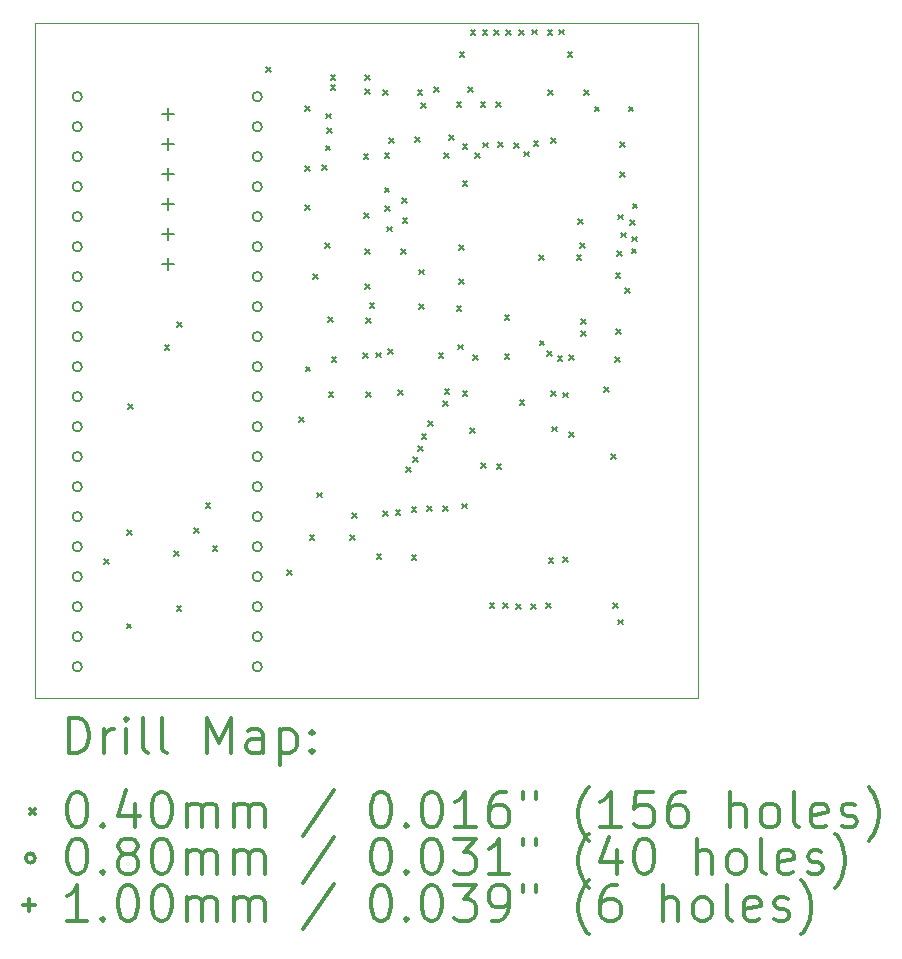
<source format=gbr>
%FSLAX45Y45*%
G04 Gerber Fmt 4.5, Leading zero omitted, Abs format (unit mm)*
G04 Created by KiCad (PCBNEW (5.1.5)-3) date 2020-10-03 21:18:49*
%MOMM*%
%LPD*%
G04 APERTURE LIST*
%TA.AperFunction,Profile*%
%ADD10C,0.050000*%
%TD*%
%ADD11C,0.200000*%
%ADD12C,0.300000*%
G04 APERTURE END LIST*
D10*
X0Y-5709920D02*
X0Y0D01*
X5613400Y-5709920D02*
X0Y-5709920D01*
X5613400Y0D02*
X5613400Y-5709920D01*
X0Y0D02*
X5613400Y0D01*
D11*
X581980Y-4534220D02*
X621980Y-4574220D01*
X621980Y-4534220D02*
X581980Y-4574220D01*
X772480Y-5082860D02*
X812480Y-5122860D01*
X812480Y-5082860D02*
X772480Y-5122860D01*
X775040Y-4290400D02*
X815040Y-4330400D01*
X815040Y-4290400D02*
X775040Y-4330400D01*
X787720Y-3226120D02*
X827720Y-3266120D01*
X827720Y-3226120D02*
X787720Y-3266120D01*
X1095060Y-2728280D02*
X1135060Y-2768280D01*
X1135060Y-2728280D02*
X1095060Y-2768280D01*
X1176340Y-4468180D02*
X1216340Y-4508180D01*
X1216340Y-4468180D02*
X1176340Y-4508180D01*
X1196800Y-4935540D02*
X1236800Y-4975540D01*
X1236800Y-4935540D02*
X1196800Y-4975540D01*
X1199200Y-2532700D02*
X1239200Y-2572700D01*
X1239200Y-2532700D02*
X1199200Y-2572700D01*
X1343980Y-4272600D02*
X1383980Y-4312600D01*
X1383980Y-4272600D02*
X1343980Y-4312600D01*
X1441620Y-4064320D02*
X1481620Y-4104320D01*
X1481620Y-4064320D02*
X1441620Y-4104320D01*
X1500039Y-4427540D02*
X1540039Y-4467540D01*
X1540039Y-4427540D02*
X1500039Y-4467540D01*
X1953580Y-373700D02*
X1993580Y-413700D01*
X1993580Y-373700D02*
X1953580Y-413700D01*
X2131380Y-4632020D02*
X2171380Y-4672020D01*
X2171380Y-4632020D02*
X2131380Y-4672020D01*
X2232980Y-3335340D02*
X2272980Y-3375340D01*
X2272980Y-3335340D02*
X2232980Y-3375340D01*
X2281272Y-1539592D02*
X2321272Y-1579592D01*
X2321272Y-1539592D02*
X2281272Y-1579592D01*
X2283780Y-700241D02*
X2323780Y-740241D01*
X2323780Y-700241D02*
X2283780Y-740241D01*
X2283780Y-1211900D02*
X2323780Y-1251900D01*
X2323780Y-1211900D02*
X2283780Y-1251900D01*
X2289248Y-2906468D02*
X2329248Y-2946468D01*
X2329248Y-2906468D02*
X2289248Y-2946468D01*
X2321880Y-4336100D02*
X2361880Y-4376100D01*
X2361880Y-4336100D02*
X2321880Y-4376100D01*
X2351122Y-2125062D02*
X2391122Y-2165062D01*
X2391122Y-2125062D02*
X2351122Y-2165062D01*
X2384811Y-3974765D02*
X2424811Y-4014765D01*
X2424811Y-3974765D02*
X2384811Y-4014765D01*
X2430563Y-1199501D02*
X2470563Y-1239501D01*
X2470563Y-1199501D02*
X2430563Y-1239501D01*
X2453928Y-1864648D02*
X2493928Y-1904648D01*
X2493928Y-1864648D02*
X2453928Y-1904648D01*
X2456500Y-1036640D02*
X2496500Y-1076640D01*
X2496500Y-1036640D02*
X2456500Y-1076640D01*
X2464120Y-764860D02*
X2504120Y-804860D01*
X2504120Y-764860D02*
X2464120Y-804860D01*
X2468532Y-885164D02*
X2508532Y-925164D01*
X2508532Y-885164D02*
X2468532Y-925164D01*
X2479650Y-2490000D02*
X2519650Y-2530000D01*
X2519650Y-2490000D02*
X2479650Y-2530000D01*
X2481900Y-3121980D02*
X2521900Y-3161980D01*
X2521900Y-3121980D02*
X2481900Y-3161980D01*
X2499680Y-437200D02*
X2539680Y-477200D01*
X2539680Y-437200D02*
X2499680Y-477200D01*
X2499680Y-526100D02*
X2539680Y-566100D01*
X2539680Y-526100D02*
X2499680Y-566100D01*
X2507300Y-2824800D02*
X2547300Y-2864800D01*
X2547300Y-2824800D02*
X2507300Y-2864800D01*
X2664780Y-4336100D02*
X2704780Y-4376100D01*
X2704780Y-4336100D02*
X2664780Y-4376100D01*
X2682560Y-4150680D02*
X2722560Y-4190680D01*
X2722560Y-4150680D02*
X2682560Y-4190680D01*
X2775608Y-2790436D02*
X2815608Y-2830436D01*
X2815608Y-2790436D02*
X2775608Y-2830436D01*
X2779080Y-1110300D02*
X2819080Y-1150300D01*
X2819080Y-1110300D02*
X2779080Y-1150300D01*
X2781620Y-1608140D02*
X2821620Y-1648140D01*
X2821620Y-1608140D02*
X2781620Y-1648140D01*
X2791779Y-1910000D02*
X2831779Y-1950000D01*
X2831779Y-1910000D02*
X2791779Y-1950000D01*
X2791780Y-437200D02*
X2831780Y-477200D01*
X2831780Y-437200D02*
X2791780Y-477200D01*
X2791780Y-560239D02*
X2831780Y-600239D01*
X2831780Y-560239D02*
X2791780Y-600239D01*
X2794320Y-2210120D02*
X2834320Y-2250120D01*
X2834320Y-2210120D02*
X2794320Y-2250120D01*
X2799400Y-2499680D02*
X2839400Y-2539680D01*
X2839400Y-2499680D02*
X2799400Y-2539680D01*
X2799400Y-3121980D02*
X2839400Y-3161980D01*
X2839400Y-3121980D02*
X2799400Y-3161980D01*
X2829880Y-2367600D02*
X2869880Y-2407600D01*
X2869880Y-2367600D02*
X2829880Y-2407600D01*
X2885760Y-2789240D02*
X2925760Y-2829240D01*
X2925760Y-2789240D02*
X2885760Y-2829240D01*
X2888300Y-4496120D02*
X2928300Y-4536120D01*
X2928300Y-4496120D02*
X2888300Y-4536120D01*
X2944180Y-564200D02*
X2984180Y-604200D01*
X2984180Y-564200D02*
X2944180Y-604200D01*
X2946720Y-4130360D02*
X2986720Y-4170360D01*
X2986720Y-4130360D02*
X2946720Y-4170360D01*
X2956880Y-1097600D02*
X2996880Y-1137600D01*
X2996880Y-1097600D02*
X2956880Y-1137600D01*
X2956880Y-1392240D02*
X2996880Y-1432240D01*
X2996880Y-1392240D02*
X2956880Y-1432240D01*
X2959420Y-1549720D02*
X2999420Y-1589720D01*
X2999420Y-1549720D02*
X2959420Y-1589720D01*
X2977200Y-1722440D02*
X3017200Y-1762440D01*
X3017200Y-1722440D02*
X2977200Y-1762440D01*
X2987360Y-2756220D02*
X3027360Y-2796220D01*
X3027360Y-2756220D02*
X2987360Y-2796220D01*
X2994980Y-970600D02*
X3034980Y-1010600D01*
X3034980Y-970600D02*
X2994980Y-1010600D01*
X3050860Y-4120200D02*
X3090860Y-4160200D01*
X3090860Y-4120200D02*
X3050860Y-4160200D01*
X3070116Y-3105676D02*
X3110116Y-3145676D01*
X3110116Y-3105676D02*
X3070116Y-3145676D01*
X3096580Y-1910400D02*
X3136580Y-1950400D01*
X3136580Y-1910400D02*
X3096580Y-1950400D01*
X3106740Y-1478600D02*
X3146740Y-1518600D01*
X3146740Y-1478600D02*
X3106740Y-1518600D01*
X3109280Y-1652440D02*
X3149280Y-1692440D01*
X3149280Y-1652440D02*
X3109280Y-1692440D01*
X3141583Y-3756341D02*
X3181583Y-3796341D01*
X3181583Y-3756341D02*
X3141583Y-3796341D01*
X3185480Y-4094800D02*
X3225480Y-4134800D01*
X3225480Y-4094800D02*
X3185480Y-4134800D01*
X3185480Y-4501200D02*
X3225480Y-4541200D01*
X3225480Y-4501200D02*
X3185480Y-4541200D01*
X3200720Y-3675700D02*
X3240720Y-3715700D01*
X3240720Y-3675700D02*
X3200720Y-3715700D01*
X3215960Y-965520D02*
X3255960Y-1005520D01*
X3255960Y-965520D02*
X3215960Y-1005520D01*
X3236280Y-564200D02*
X3276280Y-604200D01*
X3276280Y-564200D02*
X3236280Y-604200D01*
X3238820Y-3579180D02*
X3278820Y-3619180D01*
X3278820Y-3579180D02*
X3238820Y-3619180D01*
X3246440Y-2375220D02*
X3286440Y-2415220D01*
X3286440Y-2375220D02*
X3246440Y-2415220D01*
X3251520Y-2085660D02*
X3291520Y-2125660D01*
X3291520Y-2085660D02*
X3251520Y-2125660D01*
X3266760Y-675960D02*
X3306760Y-715960D01*
X3306760Y-675960D02*
X3266760Y-715960D01*
X3269300Y-3480120D02*
X3309300Y-3520120D01*
X3309300Y-3480120D02*
X3269300Y-3520120D01*
X3315020Y-4087180D02*
X3355020Y-4127180D01*
X3355020Y-4087180D02*
X3315020Y-4127180D01*
X3327720Y-3370900D02*
X3367720Y-3410900D01*
X3367720Y-3370900D02*
X3327720Y-3410900D01*
X3373440Y-543880D02*
X3413440Y-583880D01*
X3413440Y-543880D02*
X3373440Y-583880D01*
X3414365Y-2795578D02*
X3454365Y-2835578D01*
X3454365Y-2795578D02*
X3414365Y-2835578D01*
X3452164Y-3199299D02*
X3492164Y-3239299D01*
X3492164Y-3199299D02*
X3452164Y-3239299D01*
X3454720Y-4087180D02*
X3494720Y-4127180D01*
X3494720Y-4087180D02*
X3454720Y-4127180D01*
X3462340Y-1097600D02*
X3502340Y-1137600D01*
X3502340Y-1097600D02*
X3462340Y-1137600D01*
X3464879Y-3100110D02*
X3504879Y-3140110D01*
X3504879Y-3100110D02*
X3464879Y-3140110D01*
X3505520Y-947740D02*
X3545520Y-987740D01*
X3545520Y-947740D02*
X3505520Y-987740D01*
X3566480Y-665800D02*
X3606480Y-705800D01*
X3606480Y-665800D02*
X3566480Y-705800D01*
X3566480Y-2393000D02*
X3606480Y-2433000D01*
X3606480Y-2393000D02*
X3566480Y-2433000D01*
X3576640Y-2720660D02*
X3616640Y-2760660D01*
X3616640Y-2720660D02*
X3576640Y-2760660D01*
X3589340Y-1879920D02*
X3629340Y-1919920D01*
X3629340Y-1879920D02*
X3589340Y-1919920D01*
X3589340Y-2164400D02*
X3629340Y-2204400D01*
X3629340Y-2164400D02*
X3589340Y-2204400D01*
X3591880Y-246700D02*
X3631880Y-286700D01*
X3631880Y-246700D02*
X3591880Y-286700D01*
X3612300Y-4066860D02*
X3652300Y-4106860D01*
X3652300Y-4066860D02*
X3612300Y-4106860D01*
X3617280Y-1021400D02*
X3657280Y-1061400D01*
X3657280Y-1021400D02*
X3617280Y-1061400D01*
X3617280Y-1338900D02*
X3657280Y-1378900D01*
X3657280Y-1338900D02*
X3617280Y-1378900D01*
X3617280Y-3116900D02*
X3657280Y-3156900D01*
X3657280Y-3116900D02*
X3617280Y-3156900D01*
X3665540Y-543880D02*
X3705540Y-583880D01*
X3705540Y-543880D02*
X3665540Y-583880D01*
X3680256Y-3430456D02*
X3720256Y-3470456D01*
X3720256Y-3430456D02*
X3680256Y-3470456D01*
X3686277Y-56200D02*
X3726277Y-96200D01*
X3726277Y-56200D02*
X3686277Y-96200D01*
X3707014Y-2812965D02*
X3747014Y-2852965D01*
X3747014Y-2812965D02*
X3707014Y-2852965D01*
X3722540Y-1102680D02*
X3762540Y-1142680D01*
X3762540Y-1102680D02*
X3722540Y-1142680D01*
X3770148Y-666268D02*
X3810148Y-706268D01*
X3810148Y-666268D02*
X3770148Y-706268D01*
X3774760Y-3721420D02*
X3814760Y-3761420D01*
X3814760Y-3721420D02*
X3774760Y-3761420D01*
X3786279Y-56200D02*
X3826279Y-96200D01*
X3826279Y-56200D02*
X3786279Y-96200D01*
X3792540Y-1011240D02*
X3832540Y-1051240D01*
X3832540Y-1011240D02*
X3792540Y-1051240D01*
X3845880Y-4910140D02*
X3885880Y-4950140D01*
X3885880Y-4910140D02*
X3845880Y-4950140D01*
X3886280Y-56202D02*
X3926280Y-96202D01*
X3926280Y-56202D02*
X3886280Y-96202D01*
X3898479Y-665800D02*
X3938479Y-705800D01*
X3938479Y-665800D02*
X3898479Y-705800D01*
X3904300Y-3731580D02*
X3944300Y-3771580D01*
X3944300Y-3731580D02*
X3904300Y-3771580D01*
X3919540Y-1008700D02*
X3959540Y-1048700D01*
X3959540Y-1008700D02*
X3919540Y-1048700D01*
X3957640Y-4910140D02*
X3997640Y-4950140D01*
X3997640Y-4910140D02*
X3957640Y-4950140D01*
X3972880Y-2469200D02*
X4012880Y-2509200D01*
X4012880Y-2469200D02*
X3972880Y-2509200D01*
X3972880Y-2799400D02*
X4012880Y-2839400D01*
X4012880Y-2799400D02*
X3972880Y-2839400D01*
X3986281Y-56170D02*
X4026281Y-96170D01*
X4026281Y-56170D02*
X3986281Y-96170D01*
X4051025Y-1012989D02*
X4091025Y-1052989D01*
X4091025Y-1012989D02*
X4051025Y-1052989D01*
X4069400Y-4915220D02*
X4109400Y-4955220D01*
X4109400Y-4915220D02*
X4069400Y-4955220D01*
X4098972Y-58698D02*
X4138972Y-98698D01*
X4138972Y-58698D02*
X4098972Y-98698D01*
X4101301Y-3188020D02*
X4141301Y-3228020D01*
X4141301Y-3188020D02*
X4101301Y-3228020D01*
X4136860Y-1086020D02*
X4176860Y-1126020D01*
X4176860Y-1086020D02*
X4136860Y-1126020D01*
X4196400Y-4917760D02*
X4236400Y-4957760D01*
X4236400Y-4917760D02*
X4196400Y-4957760D01*
X4206560Y-53660D02*
X4246560Y-93660D01*
X4246560Y-53660D02*
X4206560Y-93660D01*
X4219260Y-1001080D02*
X4259260Y-1041080D01*
X4259260Y-1001080D02*
X4219260Y-1041080D01*
X4264980Y-1961200D02*
X4304980Y-2001200D01*
X4304980Y-1961200D02*
X4264980Y-2001200D01*
X4270060Y-2687640D02*
X4310060Y-2727640D01*
X4310060Y-2687640D02*
X4270060Y-2727640D01*
X4323400Y-4912680D02*
X4363400Y-4952680D01*
X4363400Y-4912680D02*
X4323400Y-4952680D01*
X4330097Y-2779126D02*
X4370097Y-2819126D01*
X4370097Y-2779126D02*
X4330097Y-2819126D01*
X4337341Y-61399D02*
X4377341Y-101399D01*
X4377341Y-61399D02*
X4337341Y-101399D01*
X4341180Y-564200D02*
X4381180Y-604200D01*
X4381180Y-564200D02*
X4341180Y-604200D01*
X4346099Y-4526751D02*
X4386099Y-4566751D01*
X4386099Y-4526751D02*
X4346099Y-4566751D01*
X4366580Y-970600D02*
X4406580Y-1010600D01*
X4406580Y-970600D02*
X4366580Y-1010600D01*
X4369500Y-3116494D02*
X4409500Y-3156494D01*
X4409500Y-3116494D02*
X4369500Y-3156494D01*
X4374878Y-3414822D02*
X4414878Y-3454822D01*
X4414878Y-3414822D02*
X4374878Y-3454822D01*
X4422210Y-2818055D02*
X4462210Y-2858055D01*
X4462210Y-2818055D02*
X4422210Y-2858055D01*
X4437157Y-55310D02*
X4477157Y-95310D01*
X4477157Y-55310D02*
X4437157Y-95310D01*
X4468582Y-4523041D02*
X4508582Y-4563041D01*
X4508582Y-4523041D02*
X4468582Y-4563041D01*
X4468968Y-3126810D02*
X4508968Y-3166810D01*
X4508968Y-3126810D02*
X4468968Y-3166810D01*
X4506280Y-246700D02*
X4546280Y-286700D01*
X4546280Y-246700D02*
X4506280Y-286700D01*
X4521520Y-3459800D02*
X4561520Y-3499800D01*
X4561520Y-3459800D02*
X4521520Y-3499800D01*
X4522048Y-2812347D02*
X4562048Y-2852347D01*
X4562048Y-2812347D02*
X4522048Y-2852347D01*
X4581674Y-1964964D02*
X4621674Y-2004964D01*
X4621674Y-1964964D02*
X4581674Y-2004964D01*
X4597720Y-1661480D02*
X4637720Y-1701480D01*
X4637720Y-1661480D02*
X4597720Y-1701480D01*
X4610420Y-1859600D02*
X4650420Y-1899600D01*
X4650420Y-1859600D02*
X4610420Y-1899600D01*
X4620580Y-2507300D02*
X4660580Y-2547300D01*
X4660580Y-2507300D02*
X4620580Y-2547300D01*
X4620580Y-2608900D02*
X4660580Y-2648900D01*
X4660580Y-2608900D02*
X4620580Y-2648900D01*
X4645980Y-564200D02*
X4685980Y-604200D01*
X4685980Y-564200D02*
X4645980Y-604200D01*
X4734880Y-706440D02*
X4774880Y-746440D01*
X4774880Y-706440D02*
X4734880Y-746440D01*
X4816160Y-3081340D02*
X4856160Y-3121340D01*
X4856160Y-3081340D02*
X4816160Y-3121340D01*
X4874580Y-3647760D02*
X4914580Y-3687760D01*
X4914580Y-3647760D02*
X4874580Y-3687760D01*
X4889820Y-4907600D02*
X4929820Y-4947600D01*
X4929820Y-4907600D02*
X4889820Y-4947600D01*
X4910140Y-2827340D02*
X4950140Y-2867340D01*
X4950140Y-2827340D02*
X4910140Y-2867340D01*
X4912143Y-2114719D02*
X4952143Y-2154719D01*
X4952143Y-2114719D02*
X4912143Y-2154719D01*
X4918879Y-2591120D02*
X4958879Y-2631120D01*
X4958879Y-2591120D02*
X4918879Y-2631120D01*
X4924771Y-1932087D02*
X4964771Y-1972087D01*
X4964771Y-1932087D02*
X4924771Y-1972087D01*
X4931896Y-1620002D02*
X4971896Y-1660002D01*
X4971896Y-1620002D02*
X4931896Y-1660002D01*
X4933000Y-5049840D02*
X4973000Y-5089840D01*
X4973000Y-5049840D02*
X4933000Y-5089840D01*
X4950780Y-1008700D02*
X4990780Y-1048700D01*
X4990780Y-1008700D02*
X4950780Y-1048700D01*
X4950780Y-1262700D02*
X4990780Y-1302700D01*
X4990780Y-1262700D02*
X4950780Y-1302700D01*
X4957913Y-1771957D02*
X4997913Y-1811957D01*
X4997913Y-1771957D02*
X4957913Y-1811957D01*
X4994536Y-2242535D02*
X5034536Y-2282535D01*
X5034536Y-2242535D02*
X4994536Y-2282535D01*
X5021900Y-706440D02*
X5061900Y-746440D01*
X5061900Y-706440D02*
X5021900Y-746440D01*
X5035720Y-1667936D02*
X5075720Y-1707936D01*
X5075720Y-1667936D02*
X5035720Y-1707936D01*
X5047300Y-1907862D02*
X5087300Y-1947862D01*
X5087300Y-1907862D02*
X5047300Y-1947862D01*
X5051218Y-1807938D02*
X5091218Y-1847938D01*
X5091218Y-1807938D02*
X5051218Y-1847938D01*
X5057459Y-1527935D02*
X5097459Y-1567935D01*
X5097459Y-1527935D02*
X5057459Y-1567935D01*
X394560Y-621160D02*
G75*
G03X394560Y-621160I-40000J0D01*
G01*
X394560Y-875160D02*
G75*
G03X394560Y-875160I-40000J0D01*
G01*
X394560Y-1129160D02*
G75*
G03X394560Y-1129160I-40000J0D01*
G01*
X394560Y-1383160D02*
G75*
G03X394560Y-1383160I-40000J0D01*
G01*
X394560Y-1637160D02*
G75*
G03X394560Y-1637160I-40000J0D01*
G01*
X394560Y-1891160D02*
G75*
G03X394560Y-1891160I-40000J0D01*
G01*
X394560Y-2145160D02*
G75*
G03X394560Y-2145160I-40000J0D01*
G01*
X394560Y-2399160D02*
G75*
G03X394560Y-2399160I-40000J0D01*
G01*
X394560Y-2653160D02*
G75*
G03X394560Y-2653160I-40000J0D01*
G01*
X394560Y-2907160D02*
G75*
G03X394560Y-2907160I-40000J0D01*
G01*
X394560Y-3161160D02*
G75*
G03X394560Y-3161160I-40000J0D01*
G01*
X394560Y-3415160D02*
G75*
G03X394560Y-3415160I-40000J0D01*
G01*
X394560Y-3669160D02*
G75*
G03X394560Y-3669160I-40000J0D01*
G01*
X394560Y-3923160D02*
G75*
G03X394560Y-3923160I-40000J0D01*
G01*
X394560Y-4177160D02*
G75*
G03X394560Y-4177160I-40000J0D01*
G01*
X394560Y-4431160D02*
G75*
G03X394560Y-4431160I-40000J0D01*
G01*
X394560Y-4685160D02*
G75*
G03X394560Y-4685160I-40000J0D01*
G01*
X394560Y-4939160D02*
G75*
G03X394560Y-4939160I-40000J0D01*
G01*
X394560Y-5193160D02*
G75*
G03X394560Y-5193160I-40000J0D01*
G01*
X394560Y-5447160D02*
G75*
G03X394560Y-5447160I-40000J0D01*
G01*
X1918560Y-621160D02*
G75*
G03X1918560Y-621160I-40000J0D01*
G01*
X1918560Y-875160D02*
G75*
G03X1918560Y-875160I-40000J0D01*
G01*
X1918560Y-1129160D02*
G75*
G03X1918560Y-1129160I-40000J0D01*
G01*
X1918560Y-1383160D02*
G75*
G03X1918560Y-1383160I-40000J0D01*
G01*
X1918560Y-1637160D02*
G75*
G03X1918560Y-1637160I-40000J0D01*
G01*
X1918560Y-1891160D02*
G75*
G03X1918560Y-1891160I-40000J0D01*
G01*
X1918560Y-2145160D02*
G75*
G03X1918560Y-2145160I-40000J0D01*
G01*
X1918560Y-2399160D02*
G75*
G03X1918560Y-2399160I-40000J0D01*
G01*
X1918560Y-2653160D02*
G75*
G03X1918560Y-2653160I-40000J0D01*
G01*
X1918560Y-2907160D02*
G75*
G03X1918560Y-2907160I-40000J0D01*
G01*
X1918560Y-3161160D02*
G75*
G03X1918560Y-3161160I-40000J0D01*
G01*
X1918560Y-3415160D02*
G75*
G03X1918560Y-3415160I-40000J0D01*
G01*
X1918560Y-3669160D02*
G75*
G03X1918560Y-3669160I-40000J0D01*
G01*
X1918560Y-3923160D02*
G75*
G03X1918560Y-3923160I-40000J0D01*
G01*
X1918560Y-4177160D02*
G75*
G03X1918560Y-4177160I-40000J0D01*
G01*
X1918560Y-4431160D02*
G75*
G03X1918560Y-4431160I-40000J0D01*
G01*
X1918560Y-4685160D02*
G75*
G03X1918560Y-4685160I-40000J0D01*
G01*
X1918560Y-4939160D02*
G75*
G03X1918560Y-4939160I-40000J0D01*
G01*
X1918560Y-5193160D02*
G75*
G03X1918560Y-5193160I-40000J0D01*
G01*
X1918560Y-5447160D02*
G75*
G03X1918560Y-5447160I-40000J0D01*
G01*
X1120140Y-719620D02*
X1120140Y-819620D01*
X1070140Y-769620D02*
X1170140Y-769620D01*
X1120140Y-973620D02*
X1120140Y-1073620D01*
X1070140Y-1023620D02*
X1170140Y-1023620D01*
X1120140Y-1227620D02*
X1120140Y-1327620D01*
X1070140Y-1277620D02*
X1170140Y-1277620D01*
X1120140Y-1481620D02*
X1120140Y-1581620D01*
X1070140Y-1531620D02*
X1170140Y-1531620D01*
X1120140Y-1735620D02*
X1120140Y-1835620D01*
X1070140Y-1785620D02*
X1170140Y-1785620D01*
X1120140Y-1989620D02*
X1120140Y-2089620D01*
X1070140Y-2039620D02*
X1170140Y-2039620D01*
D12*
X283928Y-6178134D02*
X283928Y-5878134D01*
X355357Y-5878134D01*
X398214Y-5892420D01*
X426786Y-5920991D01*
X441071Y-5949563D01*
X455357Y-6006706D01*
X455357Y-6049563D01*
X441071Y-6106706D01*
X426786Y-6135277D01*
X398214Y-6163849D01*
X355357Y-6178134D01*
X283928Y-6178134D01*
X583928Y-6178134D02*
X583928Y-5978134D01*
X583928Y-6035277D02*
X598214Y-6006706D01*
X612500Y-5992420D01*
X641071Y-5978134D01*
X669643Y-5978134D01*
X769643Y-6178134D02*
X769643Y-5978134D01*
X769643Y-5878134D02*
X755357Y-5892420D01*
X769643Y-5906706D01*
X783928Y-5892420D01*
X769643Y-5878134D01*
X769643Y-5906706D01*
X955357Y-6178134D02*
X926786Y-6163849D01*
X912500Y-6135277D01*
X912500Y-5878134D01*
X1112500Y-6178134D02*
X1083928Y-6163849D01*
X1069643Y-6135277D01*
X1069643Y-5878134D01*
X1455357Y-6178134D02*
X1455357Y-5878134D01*
X1555357Y-6092420D01*
X1655357Y-5878134D01*
X1655357Y-6178134D01*
X1926786Y-6178134D02*
X1926786Y-6020991D01*
X1912500Y-5992420D01*
X1883928Y-5978134D01*
X1826786Y-5978134D01*
X1798214Y-5992420D01*
X1926786Y-6163849D02*
X1898214Y-6178134D01*
X1826786Y-6178134D01*
X1798214Y-6163849D01*
X1783928Y-6135277D01*
X1783928Y-6106706D01*
X1798214Y-6078134D01*
X1826786Y-6063849D01*
X1898214Y-6063849D01*
X1926786Y-6049563D01*
X2069643Y-5978134D02*
X2069643Y-6278134D01*
X2069643Y-5992420D02*
X2098214Y-5978134D01*
X2155357Y-5978134D01*
X2183928Y-5992420D01*
X2198214Y-6006706D01*
X2212500Y-6035277D01*
X2212500Y-6120991D01*
X2198214Y-6149563D01*
X2183928Y-6163849D01*
X2155357Y-6178134D01*
X2098214Y-6178134D01*
X2069643Y-6163849D01*
X2341071Y-6149563D02*
X2355357Y-6163849D01*
X2341071Y-6178134D01*
X2326786Y-6163849D01*
X2341071Y-6149563D01*
X2341071Y-6178134D01*
X2341071Y-5992420D02*
X2355357Y-6006706D01*
X2341071Y-6020991D01*
X2326786Y-6006706D01*
X2341071Y-5992420D01*
X2341071Y-6020991D01*
X-42500Y-6652420D02*
X-2500Y-6692420D01*
X-2500Y-6652420D02*
X-42500Y-6692420D01*
X341071Y-6508134D02*
X369643Y-6508134D01*
X398214Y-6522420D01*
X412500Y-6536706D01*
X426786Y-6565277D01*
X441071Y-6622420D01*
X441071Y-6693849D01*
X426786Y-6750991D01*
X412500Y-6779563D01*
X398214Y-6793849D01*
X369643Y-6808134D01*
X341071Y-6808134D01*
X312500Y-6793849D01*
X298214Y-6779563D01*
X283928Y-6750991D01*
X269643Y-6693849D01*
X269643Y-6622420D01*
X283928Y-6565277D01*
X298214Y-6536706D01*
X312500Y-6522420D01*
X341071Y-6508134D01*
X569643Y-6779563D02*
X583928Y-6793849D01*
X569643Y-6808134D01*
X555357Y-6793849D01*
X569643Y-6779563D01*
X569643Y-6808134D01*
X841071Y-6608134D02*
X841071Y-6808134D01*
X769643Y-6493849D02*
X698214Y-6708134D01*
X883928Y-6708134D01*
X1055357Y-6508134D02*
X1083928Y-6508134D01*
X1112500Y-6522420D01*
X1126786Y-6536706D01*
X1141071Y-6565277D01*
X1155357Y-6622420D01*
X1155357Y-6693849D01*
X1141071Y-6750991D01*
X1126786Y-6779563D01*
X1112500Y-6793849D01*
X1083928Y-6808134D01*
X1055357Y-6808134D01*
X1026786Y-6793849D01*
X1012500Y-6779563D01*
X998214Y-6750991D01*
X983928Y-6693849D01*
X983928Y-6622420D01*
X998214Y-6565277D01*
X1012500Y-6536706D01*
X1026786Y-6522420D01*
X1055357Y-6508134D01*
X1283928Y-6808134D02*
X1283928Y-6608134D01*
X1283928Y-6636706D02*
X1298214Y-6622420D01*
X1326786Y-6608134D01*
X1369643Y-6608134D01*
X1398214Y-6622420D01*
X1412500Y-6650991D01*
X1412500Y-6808134D01*
X1412500Y-6650991D02*
X1426786Y-6622420D01*
X1455357Y-6608134D01*
X1498214Y-6608134D01*
X1526786Y-6622420D01*
X1541071Y-6650991D01*
X1541071Y-6808134D01*
X1683928Y-6808134D02*
X1683928Y-6608134D01*
X1683928Y-6636706D02*
X1698214Y-6622420D01*
X1726786Y-6608134D01*
X1769643Y-6608134D01*
X1798214Y-6622420D01*
X1812500Y-6650991D01*
X1812500Y-6808134D01*
X1812500Y-6650991D02*
X1826786Y-6622420D01*
X1855357Y-6608134D01*
X1898214Y-6608134D01*
X1926786Y-6622420D01*
X1941071Y-6650991D01*
X1941071Y-6808134D01*
X2526786Y-6493849D02*
X2269643Y-6879563D01*
X2912500Y-6508134D02*
X2941071Y-6508134D01*
X2969643Y-6522420D01*
X2983928Y-6536706D01*
X2998214Y-6565277D01*
X3012500Y-6622420D01*
X3012500Y-6693849D01*
X2998214Y-6750991D01*
X2983928Y-6779563D01*
X2969643Y-6793849D01*
X2941071Y-6808134D01*
X2912500Y-6808134D01*
X2883928Y-6793849D01*
X2869643Y-6779563D01*
X2855357Y-6750991D01*
X2841071Y-6693849D01*
X2841071Y-6622420D01*
X2855357Y-6565277D01*
X2869643Y-6536706D01*
X2883928Y-6522420D01*
X2912500Y-6508134D01*
X3141071Y-6779563D02*
X3155357Y-6793849D01*
X3141071Y-6808134D01*
X3126786Y-6793849D01*
X3141071Y-6779563D01*
X3141071Y-6808134D01*
X3341071Y-6508134D02*
X3369643Y-6508134D01*
X3398214Y-6522420D01*
X3412500Y-6536706D01*
X3426786Y-6565277D01*
X3441071Y-6622420D01*
X3441071Y-6693849D01*
X3426786Y-6750991D01*
X3412500Y-6779563D01*
X3398214Y-6793849D01*
X3369643Y-6808134D01*
X3341071Y-6808134D01*
X3312500Y-6793849D01*
X3298214Y-6779563D01*
X3283928Y-6750991D01*
X3269643Y-6693849D01*
X3269643Y-6622420D01*
X3283928Y-6565277D01*
X3298214Y-6536706D01*
X3312500Y-6522420D01*
X3341071Y-6508134D01*
X3726786Y-6808134D02*
X3555357Y-6808134D01*
X3641071Y-6808134D02*
X3641071Y-6508134D01*
X3612500Y-6550991D01*
X3583928Y-6579563D01*
X3555357Y-6593849D01*
X3983928Y-6508134D02*
X3926786Y-6508134D01*
X3898214Y-6522420D01*
X3883928Y-6536706D01*
X3855357Y-6579563D01*
X3841071Y-6636706D01*
X3841071Y-6750991D01*
X3855357Y-6779563D01*
X3869643Y-6793849D01*
X3898214Y-6808134D01*
X3955357Y-6808134D01*
X3983928Y-6793849D01*
X3998214Y-6779563D01*
X4012500Y-6750991D01*
X4012500Y-6679563D01*
X3998214Y-6650991D01*
X3983928Y-6636706D01*
X3955357Y-6622420D01*
X3898214Y-6622420D01*
X3869643Y-6636706D01*
X3855357Y-6650991D01*
X3841071Y-6679563D01*
X4126786Y-6508134D02*
X4126786Y-6565277D01*
X4241071Y-6508134D02*
X4241071Y-6565277D01*
X4683928Y-6922420D02*
X4669643Y-6908134D01*
X4641071Y-6865277D01*
X4626786Y-6836706D01*
X4612500Y-6793849D01*
X4598214Y-6722420D01*
X4598214Y-6665277D01*
X4612500Y-6593849D01*
X4626786Y-6550991D01*
X4641071Y-6522420D01*
X4669643Y-6479563D01*
X4683928Y-6465277D01*
X4955357Y-6808134D02*
X4783928Y-6808134D01*
X4869643Y-6808134D02*
X4869643Y-6508134D01*
X4841071Y-6550991D01*
X4812500Y-6579563D01*
X4783928Y-6593849D01*
X5226786Y-6508134D02*
X5083928Y-6508134D01*
X5069643Y-6650991D01*
X5083928Y-6636706D01*
X5112500Y-6622420D01*
X5183928Y-6622420D01*
X5212500Y-6636706D01*
X5226786Y-6650991D01*
X5241071Y-6679563D01*
X5241071Y-6750991D01*
X5226786Y-6779563D01*
X5212500Y-6793849D01*
X5183928Y-6808134D01*
X5112500Y-6808134D01*
X5083928Y-6793849D01*
X5069643Y-6779563D01*
X5498214Y-6508134D02*
X5441071Y-6508134D01*
X5412500Y-6522420D01*
X5398214Y-6536706D01*
X5369643Y-6579563D01*
X5355357Y-6636706D01*
X5355357Y-6750991D01*
X5369643Y-6779563D01*
X5383928Y-6793849D01*
X5412500Y-6808134D01*
X5469643Y-6808134D01*
X5498214Y-6793849D01*
X5512500Y-6779563D01*
X5526786Y-6750991D01*
X5526786Y-6679563D01*
X5512500Y-6650991D01*
X5498214Y-6636706D01*
X5469643Y-6622420D01*
X5412500Y-6622420D01*
X5383928Y-6636706D01*
X5369643Y-6650991D01*
X5355357Y-6679563D01*
X5883928Y-6808134D02*
X5883928Y-6508134D01*
X6012500Y-6808134D02*
X6012500Y-6650991D01*
X5998214Y-6622420D01*
X5969643Y-6608134D01*
X5926786Y-6608134D01*
X5898214Y-6622420D01*
X5883928Y-6636706D01*
X6198214Y-6808134D02*
X6169643Y-6793849D01*
X6155357Y-6779563D01*
X6141071Y-6750991D01*
X6141071Y-6665277D01*
X6155357Y-6636706D01*
X6169643Y-6622420D01*
X6198214Y-6608134D01*
X6241071Y-6608134D01*
X6269643Y-6622420D01*
X6283928Y-6636706D01*
X6298214Y-6665277D01*
X6298214Y-6750991D01*
X6283928Y-6779563D01*
X6269643Y-6793849D01*
X6241071Y-6808134D01*
X6198214Y-6808134D01*
X6469643Y-6808134D02*
X6441071Y-6793849D01*
X6426786Y-6765277D01*
X6426786Y-6508134D01*
X6698214Y-6793849D02*
X6669643Y-6808134D01*
X6612500Y-6808134D01*
X6583928Y-6793849D01*
X6569643Y-6765277D01*
X6569643Y-6650991D01*
X6583928Y-6622420D01*
X6612500Y-6608134D01*
X6669643Y-6608134D01*
X6698214Y-6622420D01*
X6712500Y-6650991D01*
X6712500Y-6679563D01*
X6569643Y-6708134D01*
X6826786Y-6793849D02*
X6855357Y-6808134D01*
X6912500Y-6808134D01*
X6941071Y-6793849D01*
X6955357Y-6765277D01*
X6955357Y-6750991D01*
X6941071Y-6722420D01*
X6912500Y-6708134D01*
X6869643Y-6708134D01*
X6841071Y-6693849D01*
X6826786Y-6665277D01*
X6826786Y-6650991D01*
X6841071Y-6622420D01*
X6869643Y-6608134D01*
X6912500Y-6608134D01*
X6941071Y-6622420D01*
X7055357Y-6922420D02*
X7069643Y-6908134D01*
X7098214Y-6865277D01*
X7112500Y-6836706D01*
X7126786Y-6793849D01*
X7141071Y-6722420D01*
X7141071Y-6665277D01*
X7126786Y-6593849D01*
X7112500Y-6550991D01*
X7098214Y-6522420D01*
X7069643Y-6479563D01*
X7055357Y-6465277D01*
X-2500Y-7068420D02*
G75*
G03X-2500Y-7068420I-40000J0D01*
G01*
X341071Y-6904134D02*
X369643Y-6904134D01*
X398214Y-6918420D01*
X412500Y-6932706D01*
X426786Y-6961277D01*
X441071Y-7018420D01*
X441071Y-7089849D01*
X426786Y-7146991D01*
X412500Y-7175563D01*
X398214Y-7189849D01*
X369643Y-7204134D01*
X341071Y-7204134D01*
X312500Y-7189849D01*
X298214Y-7175563D01*
X283928Y-7146991D01*
X269643Y-7089849D01*
X269643Y-7018420D01*
X283928Y-6961277D01*
X298214Y-6932706D01*
X312500Y-6918420D01*
X341071Y-6904134D01*
X569643Y-7175563D02*
X583928Y-7189849D01*
X569643Y-7204134D01*
X555357Y-7189849D01*
X569643Y-7175563D01*
X569643Y-7204134D01*
X755357Y-7032706D02*
X726786Y-7018420D01*
X712500Y-7004134D01*
X698214Y-6975563D01*
X698214Y-6961277D01*
X712500Y-6932706D01*
X726786Y-6918420D01*
X755357Y-6904134D01*
X812500Y-6904134D01*
X841071Y-6918420D01*
X855357Y-6932706D01*
X869643Y-6961277D01*
X869643Y-6975563D01*
X855357Y-7004134D01*
X841071Y-7018420D01*
X812500Y-7032706D01*
X755357Y-7032706D01*
X726786Y-7046991D01*
X712500Y-7061277D01*
X698214Y-7089849D01*
X698214Y-7146991D01*
X712500Y-7175563D01*
X726786Y-7189849D01*
X755357Y-7204134D01*
X812500Y-7204134D01*
X841071Y-7189849D01*
X855357Y-7175563D01*
X869643Y-7146991D01*
X869643Y-7089849D01*
X855357Y-7061277D01*
X841071Y-7046991D01*
X812500Y-7032706D01*
X1055357Y-6904134D02*
X1083928Y-6904134D01*
X1112500Y-6918420D01*
X1126786Y-6932706D01*
X1141071Y-6961277D01*
X1155357Y-7018420D01*
X1155357Y-7089849D01*
X1141071Y-7146991D01*
X1126786Y-7175563D01*
X1112500Y-7189849D01*
X1083928Y-7204134D01*
X1055357Y-7204134D01*
X1026786Y-7189849D01*
X1012500Y-7175563D01*
X998214Y-7146991D01*
X983928Y-7089849D01*
X983928Y-7018420D01*
X998214Y-6961277D01*
X1012500Y-6932706D01*
X1026786Y-6918420D01*
X1055357Y-6904134D01*
X1283928Y-7204134D02*
X1283928Y-7004134D01*
X1283928Y-7032706D02*
X1298214Y-7018420D01*
X1326786Y-7004134D01*
X1369643Y-7004134D01*
X1398214Y-7018420D01*
X1412500Y-7046991D01*
X1412500Y-7204134D01*
X1412500Y-7046991D02*
X1426786Y-7018420D01*
X1455357Y-7004134D01*
X1498214Y-7004134D01*
X1526786Y-7018420D01*
X1541071Y-7046991D01*
X1541071Y-7204134D01*
X1683928Y-7204134D02*
X1683928Y-7004134D01*
X1683928Y-7032706D02*
X1698214Y-7018420D01*
X1726786Y-7004134D01*
X1769643Y-7004134D01*
X1798214Y-7018420D01*
X1812500Y-7046991D01*
X1812500Y-7204134D01*
X1812500Y-7046991D02*
X1826786Y-7018420D01*
X1855357Y-7004134D01*
X1898214Y-7004134D01*
X1926786Y-7018420D01*
X1941071Y-7046991D01*
X1941071Y-7204134D01*
X2526786Y-6889849D02*
X2269643Y-7275563D01*
X2912500Y-6904134D02*
X2941071Y-6904134D01*
X2969643Y-6918420D01*
X2983928Y-6932706D01*
X2998214Y-6961277D01*
X3012500Y-7018420D01*
X3012500Y-7089849D01*
X2998214Y-7146991D01*
X2983928Y-7175563D01*
X2969643Y-7189849D01*
X2941071Y-7204134D01*
X2912500Y-7204134D01*
X2883928Y-7189849D01*
X2869643Y-7175563D01*
X2855357Y-7146991D01*
X2841071Y-7089849D01*
X2841071Y-7018420D01*
X2855357Y-6961277D01*
X2869643Y-6932706D01*
X2883928Y-6918420D01*
X2912500Y-6904134D01*
X3141071Y-7175563D02*
X3155357Y-7189849D01*
X3141071Y-7204134D01*
X3126786Y-7189849D01*
X3141071Y-7175563D01*
X3141071Y-7204134D01*
X3341071Y-6904134D02*
X3369643Y-6904134D01*
X3398214Y-6918420D01*
X3412500Y-6932706D01*
X3426786Y-6961277D01*
X3441071Y-7018420D01*
X3441071Y-7089849D01*
X3426786Y-7146991D01*
X3412500Y-7175563D01*
X3398214Y-7189849D01*
X3369643Y-7204134D01*
X3341071Y-7204134D01*
X3312500Y-7189849D01*
X3298214Y-7175563D01*
X3283928Y-7146991D01*
X3269643Y-7089849D01*
X3269643Y-7018420D01*
X3283928Y-6961277D01*
X3298214Y-6932706D01*
X3312500Y-6918420D01*
X3341071Y-6904134D01*
X3541071Y-6904134D02*
X3726786Y-6904134D01*
X3626786Y-7018420D01*
X3669643Y-7018420D01*
X3698214Y-7032706D01*
X3712500Y-7046991D01*
X3726786Y-7075563D01*
X3726786Y-7146991D01*
X3712500Y-7175563D01*
X3698214Y-7189849D01*
X3669643Y-7204134D01*
X3583928Y-7204134D01*
X3555357Y-7189849D01*
X3541071Y-7175563D01*
X4012500Y-7204134D02*
X3841071Y-7204134D01*
X3926786Y-7204134D02*
X3926786Y-6904134D01*
X3898214Y-6946991D01*
X3869643Y-6975563D01*
X3841071Y-6989849D01*
X4126786Y-6904134D02*
X4126786Y-6961277D01*
X4241071Y-6904134D02*
X4241071Y-6961277D01*
X4683928Y-7318420D02*
X4669643Y-7304134D01*
X4641071Y-7261277D01*
X4626786Y-7232706D01*
X4612500Y-7189849D01*
X4598214Y-7118420D01*
X4598214Y-7061277D01*
X4612500Y-6989849D01*
X4626786Y-6946991D01*
X4641071Y-6918420D01*
X4669643Y-6875563D01*
X4683928Y-6861277D01*
X4926786Y-7004134D02*
X4926786Y-7204134D01*
X4855357Y-6889849D02*
X4783928Y-7104134D01*
X4969643Y-7104134D01*
X5141071Y-6904134D02*
X5169643Y-6904134D01*
X5198214Y-6918420D01*
X5212500Y-6932706D01*
X5226786Y-6961277D01*
X5241071Y-7018420D01*
X5241071Y-7089849D01*
X5226786Y-7146991D01*
X5212500Y-7175563D01*
X5198214Y-7189849D01*
X5169643Y-7204134D01*
X5141071Y-7204134D01*
X5112500Y-7189849D01*
X5098214Y-7175563D01*
X5083928Y-7146991D01*
X5069643Y-7089849D01*
X5069643Y-7018420D01*
X5083928Y-6961277D01*
X5098214Y-6932706D01*
X5112500Y-6918420D01*
X5141071Y-6904134D01*
X5598214Y-7204134D02*
X5598214Y-6904134D01*
X5726786Y-7204134D02*
X5726786Y-7046991D01*
X5712500Y-7018420D01*
X5683928Y-7004134D01*
X5641071Y-7004134D01*
X5612500Y-7018420D01*
X5598214Y-7032706D01*
X5912500Y-7204134D02*
X5883928Y-7189849D01*
X5869643Y-7175563D01*
X5855357Y-7146991D01*
X5855357Y-7061277D01*
X5869643Y-7032706D01*
X5883928Y-7018420D01*
X5912500Y-7004134D01*
X5955357Y-7004134D01*
X5983928Y-7018420D01*
X5998214Y-7032706D01*
X6012500Y-7061277D01*
X6012500Y-7146991D01*
X5998214Y-7175563D01*
X5983928Y-7189849D01*
X5955357Y-7204134D01*
X5912500Y-7204134D01*
X6183928Y-7204134D02*
X6155357Y-7189849D01*
X6141071Y-7161277D01*
X6141071Y-6904134D01*
X6412500Y-7189849D02*
X6383928Y-7204134D01*
X6326786Y-7204134D01*
X6298214Y-7189849D01*
X6283928Y-7161277D01*
X6283928Y-7046991D01*
X6298214Y-7018420D01*
X6326786Y-7004134D01*
X6383928Y-7004134D01*
X6412500Y-7018420D01*
X6426786Y-7046991D01*
X6426786Y-7075563D01*
X6283928Y-7104134D01*
X6541071Y-7189849D02*
X6569643Y-7204134D01*
X6626786Y-7204134D01*
X6655357Y-7189849D01*
X6669643Y-7161277D01*
X6669643Y-7146991D01*
X6655357Y-7118420D01*
X6626786Y-7104134D01*
X6583928Y-7104134D01*
X6555357Y-7089849D01*
X6541071Y-7061277D01*
X6541071Y-7046991D01*
X6555357Y-7018420D01*
X6583928Y-7004134D01*
X6626786Y-7004134D01*
X6655357Y-7018420D01*
X6769643Y-7318420D02*
X6783928Y-7304134D01*
X6812500Y-7261277D01*
X6826786Y-7232706D01*
X6841071Y-7189849D01*
X6855357Y-7118420D01*
X6855357Y-7061277D01*
X6841071Y-6989849D01*
X6826786Y-6946991D01*
X6812500Y-6918420D01*
X6783928Y-6875563D01*
X6769643Y-6861277D01*
X-52500Y-7414420D02*
X-52500Y-7514420D01*
X-102500Y-7464420D02*
X-2500Y-7464420D01*
X441071Y-7600134D02*
X269643Y-7600134D01*
X355357Y-7600134D02*
X355357Y-7300134D01*
X326786Y-7342991D01*
X298214Y-7371563D01*
X269643Y-7385849D01*
X569643Y-7571563D02*
X583928Y-7585849D01*
X569643Y-7600134D01*
X555357Y-7585849D01*
X569643Y-7571563D01*
X569643Y-7600134D01*
X769643Y-7300134D02*
X798214Y-7300134D01*
X826786Y-7314420D01*
X841071Y-7328706D01*
X855357Y-7357277D01*
X869643Y-7414420D01*
X869643Y-7485849D01*
X855357Y-7542991D01*
X841071Y-7571563D01*
X826786Y-7585849D01*
X798214Y-7600134D01*
X769643Y-7600134D01*
X741071Y-7585849D01*
X726786Y-7571563D01*
X712500Y-7542991D01*
X698214Y-7485849D01*
X698214Y-7414420D01*
X712500Y-7357277D01*
X726786Y-7328706D01*
X741071Y-7314420D01*
X769643Y-7300134D01*
X1055357Y-7300134D02*
X1083928Y-7300134D01*
X1112500Y-7314420D01*
X1126786Y-7328706D01*
X1141071Y-7357277D01*
X1155357Y-7414420D01*
X1155357Y-7485849D01*
X1141071Y-7542991D01*
X1126786Y-7571563D01*
X1112500Y-7585849D01*
X1083928Y-7600134D01*
X1055357Y-7600134D01*
X1026786Y-7585849D01*
X1012500Y-7571563D01*
X998214Y-7542991D01*
X983928Y-7485849D01*
X983928Y-7414420D01*
X998214Y-7357277D01*
X1012500Y-7328706D01*
X1026786Y-7314420D01*
X1055357Y-7300134D01*
X1283928Y-7600134D02*
X1283928Y-7400134D01*
X1283928Y-7428706D02*
X1298214Y-7414420D01*
X1326786Y-7400134D01*
X1369643Y-7400134D01*
X1398214Y-7414420D01*
X1412500Y-7442991D01*
X1412500Y-7600134D01*
X1412500Y-7442991D02*
X1426786Y-7414420D01*
X1455357Y-7400134D01*
X1498214Y-7400134D01*
X1526786Y-7414420D01*
X1541071Y-7442991D01*
X1541071Y-7600134D01*
X1683928Y-7600134D02*
X1683928Y-7400134D01*
X1683928Y-7428706D02*
X1698214Y-7414420D01*
X1726786Y-7400134D01*
X1769643Y-7400134D01*
X1798214Y-7414420D01*
X1812500Y-7442991D01*
X1812500Y-7600134D01*
X1812500Y-7442991D02*
X1826786Y-7414420D01*
X1855357Y-7400134D01*
X1898214Y-7400134D01*
X1926786Y-7414420D01*
X1941071Y-7442991D01*
X1941071Y-7600134D01*
X2526786Y-7285849D02*
X2269643Y-7671563D01*
X2912500Y-7300134D02*
X2941071Y-7300134D01*
X2969643Y-7314420D01*
X2983928Y-7328706D01*
X2998214Y-7357277D01*
X3012500Y-7414420D01*
X3012500Y-7485849D01*
X2998214Y-7542991D01*
X2983928Y-7571563D01*
X2969643Y-7585849D01*
X2941071Y-7600134D01*
X2912500Y-7600134D01*
X2883928Y-7585849D01*
X2869643Y-7571563D01*
X2855357Y-7542991D01*
X2841071Y-7485849D01*
X2841071Y-7414420D01*
X2855357Y-7357277D01*
X2869643Y-7328706D01*
X2883928Y-7314420D01*
X2912500Y-7300134D01*
X3141071Y-7571563D02*
X3155357Y-7585849D01*
X3141071Y-7600134D01*
X3126786Y-7585849D01*
X3141071Y-7571563D01*
X3141071Y-7600134D01*
X3341071Y-7300134D02*
X3369643Y-7300134D01*
X3398214Y-7314420D01*
X3412500Y-7328706D01*
X3426786Y-7357277D01*
X3441071Y-7414420D01*
X3441071Y-7485849D01*
X3426786Y-7542991D01*
X3412500Y-7571563D01*
X3398214Y-7585849D01*
X3369643Y-7600134D01*
X3341071Y-7600134D01*
X3312500Y-7585849D01*
X3298214Y-7571563D01*
X3283928Y-7542991D01*
X3269643Y-7485849D01*
X3269643Y-7414420D01*
X3283928Y-7357277D01*
X3298214Y-7328706D01*
X3312500Y-7314420D01*
X3341071Y-7300134D01*
X3541071Y-7300134D02*
X3726786Y-7300134D01*
X3626786Y-7414420D01*
X3669643Y-7414420D01*
X3698214Y-7428706D01*
X3712500Y-7442991D01*
X3726786Y-7471563D01*
X3726786Y-7542991D01*
X3712500Y-7571563D01*
X3698214Y-7585849D01*
X3669643Y-7600134D01*
X3583928Y-7600134D01*
X3555357Y-7585849D01*
X3541071Y-7571563D01*
X3869643Y-7600134D02*
X3926786Y-7600134D01*
X3955357Y-7585849D01*
X3969643Y-7571563D01*
X3998214Y-7528706D01*
X4012500Y-7471563D01*
X4012500Y-7357277D01*
X3998214Y-7328706D01*
X3983928Y-7314420D01*
X3955357Y-7300134D01*
X3898214Y-7300134D01*
X3869643Y-7314420D01*
X3855357Y-7328706D01*
X3841071Y-7357277D01*
X3841071Y-7428706D01*
X3855357Y-7457277D01*
X3869643Y-7471563D01*
X3898214Y-7485849D01*
X3955357Y-7485849D01*
X3983928Y-7471563D01*
X3998214Y-7457277D01*
X4012500Y-7428706D01*
X4126786Y-7300134D02*
X4126786Y-7357277D01*
X4241071Y-7300134D02*
X4241071Y-7357277D01*
X4683928Y-7714420D02*
X4669643Y-7700134D01*
X4641071Y-7657277D01*
X4626786Y-7628706D01*
X4612500Y-7585849D01*
X4598214Y-7514420D01*
X4598214Y-7457277D01*
X4612500Y-7385849D01*
X4626786Y-7342991D01*
X4641071Y-7314420D01*
X4669643Y-7271563D01*
X4683928Y-7257277D01*
X4926786Y-7300134D02*
X4869643Y-7300134D01*
X4841071Y-7314420D01*
X4826786Y-7328706D01*
X4798214Y-7371563D01*
X4783928Y-7428706D01*
X4783928Y-7542991D01*
X4798214Y-7571563D01*
X4812500Y-7585849D01*
X4841071Y-7600134D01*
X4898214Y-7600134D01*
X4926786Y-7585849D01*
X4941071Y-7571563D01*
X4955357Y-7542991D01*
X4955357Y-7471563D01*
X4941071Y-7442991D01*
X4926786Y-7428706D01*
X4898214Y-7414420D01*
X4841071Y-7414420D01*
X4812500Y-7428706D01*
X4798214Y-7442991D01*
X4783928Y-7471563D01*
X5312500Y-7600134D02*
X5312500Y-7300134D01*
X5441071Y-7600134D02*
X5441071Y-7442991D01*
X5426786Y-7414420D01*
X5398214Y-7400134D01*
X5355357Y-7400134D01*
X5326786Y-7414420D01*
X5312500Y-7428706D01*
X5626786Y-7600134D02*
X5598214Y-7585849D01*
X5583928Y-7571563D01*
X5569643Y-7542991D01*
X5569643Y-7457277D01*
X5583928Y-7428706D01*
X5598214Y-7414420D01*
X5626786Y-7400134D01*
X5669643Y-7400134D01*
X5698214Y-7414420D01*
X5712500Y-7428706D01*
X5726786Y-7457277D01*
X5726786Y-7542991D01*
X5712500Y-7571563D01*
X5698214Y-7585849D01*
X5669643Y-7600134D01*
X5626786Y-7600134D01*
X5898214Y-7600134D02*
X5869643Y-7585849D01*
X5855357Y-7557277D01*
X5855357Y-7300134D01*
X6126786Y-7585849D02*
X6098214Y-7600134D01*
X6041071Y-7600134D01*
X6012500Y-7585849D01*
X5998214Y-7557277D01*
X5998214Y-7442991D01*
X6012500Y-7414420D01*
X6041071Y-7400134D01*
X6098214Y-7400134D01*
X6126786Y-7414420D01*
X6141071Y-7442991D01*
X6141071Y-7471563D01*
X5998214Y-7500134D01*
X6255357Y-7585849D02*
X6283928Y-7600134D01*
X6341071Y-7600134D01*
X6369643Y-7585849D01*
X6383928Y-7557277D01*
X6383928Y-7542991D01*
X6369643Y-7514420D01*
X6341071Y-7500134D01*
X6298214Y-7500134D01*
X6269643Y-7485849D01*
X6255357Y-7457277D01*
X6255357Y-7442991D01*
X6269643Y-7414420D01*
X6298214Y-7400134D01*
X6341071Y-7400134D01*
X6369643Y-7414420D01*
X6483928Y-7714420D02*
X6498214Y-7700134D01*
X6526786Y-7657277D01*
X6541071Y-7628706D01*
X6555357Y-7585849D01*
X6569643Y-7514420D01*
X6569643Y-7457277D01*
X6555357Y-7385849D01*
X6541071Y-7342991D01*
X6526786Y-7314420D01*
X6498214Y-7271563D01*
X6483928Y-7257277D01*
M02*

</source>
